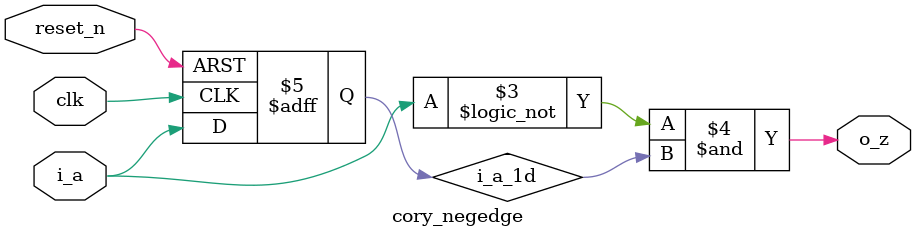
<source format=v>
`ifndef CORY_NEGEDGE
    `define CORY_NEGEDGE

module cory_negedge (
    input           clk,
    input           i_a,
    output          o_z,
    input           reset_n
);

reg     i_a_1d;
always @(posedge clk or negedge reset_n)
    if (!reset_n)
        i_a_1d    <= 0;
    else
        i_a_1d    <= i_a;

assign  o_z     = !i_a & i_a_1d;

endmodule


`endif

</source>
